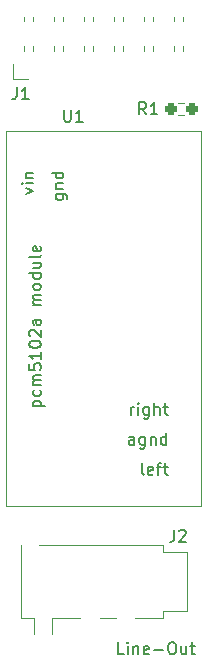
<source format=gto>
G04 #@! TF.GenerationSoftware,KiCad,Pcbnew,6.0.9-8da3e8f707~116~ubuntu20.04.1*
G04 #@! TF.CreationDate,2022-12-23T11:35:35+01:00*
G04 #@! TF.ProjectId,pcm_dac,70636d5f-6461-4632-9e6b-696361645f70,rev?*
G04 #@! TF.SameCoordinates,Original*
G04 #@! TF.FileFunction,Legend,Top*
G04 #@! TF.FilePolarity,Positive*
%FSLAX46Y46*%
G04 Gerber Fmt 4.6, Leading zero omitted, Abs format (unit mm)*
G04 Created by KiCad (PCBNEW 6.0.9-8da3e8f707~116~ubuntu20.04.1) date 2022-12-23 11:35:35*
%MOMM*%
%LPD*%
G01*
G04 APERTURE LIST*
G04 Aperture macros list*
%AMRoundRect*
0 Rectangle with rounded corners*
0 $1 Rounding radius*
0 $2 $3 $4 $5 $6 $7 $8 $9 X,Y pos of 4 corners*
0 Add a 4 corners polygon primitive as box body*
4,1,4,$2,$3,$4,$5,$6,$7,$8,$9,$2,$3,0*
0 Add four circle primitives for the rounded corners*
1,1,$1+$1,$2,$3*
1,1,$1+$1,$4,$5*
1,1,$1+$1,$6,$7*
1,1,$1+$1,$8,$9*
0 Add four rect primitives between the rounded corners*
20,1,$1+$1,$2,$3,$4,$5,0*
20,1,$1+$1,$4,$5,$6,$7,0*
20,1,$1+$1,$6,$7,$8,$9,0*
20,1,$1+$1,$8,$9,$2,$3,0*%
G04 Aperture macros list end*
%ADD10C,0.150000*%
%ADD11C,0.120000*%
%ADD12C,1.500000*%
%ADD13R,1.200000X2.500000*%
%ADD14R,1.700000X1.700000*%
%ADD15O,1.700000X1.700000*%
%ADD16RoundRect,0.237500X-0.250000X-0.237500X0.250000X-0.237500X0.250000X0.237500X-0.250000X0.237500X0*%
%ADD17C,1.700000*%
G04 APERTURE END LIST*
D10*
X130024523Y-113482380D02*
X129548333Y-113482380D01*
X129548333Y-112482380D01*
X130357857Y-113482380D02*
X130357857Y-112815714D01*
X130357857Y-112482380D02*
X130310238Y-112530000D01*
X130357857Y-112577619D01*
X130405476Y-112530000D01*
X130357857Y-112482380D01*
X130357857Y-112577619D01*
X130834047Y-112815714D02*
X130834047Y-113482380D01*
X130834047Y-112910952D02*
X130881666Y-112863333D01*
X130976904Y-112815714D01*
X131119761Y-112815714D01*
X131215000Y-112863333D01*
X131262619Y-112958571D01*
X131262619Y-113482380D01*
X132119761Y-113434761D02*
X132024523Y-113482380D01*
X131834047Y-113482380D01*
X131738809Y-113434761D01*
X131691190Y-113339523D01*
X131691190Y-112958571D01*
X131738809Y-112863333D01*
X131834047Y-112815714D01*
X132024523Y-112815714D01*
X132119761Y-112863333D01*
X132167380Y-112958571D01*
X132167380Y-113053809D01*
X131691190Y-113149047D01*
X132595952Y-113101428D02*
X133357857Y-113101428D01*
X134024523Y-112482380D02*
X134215000Y-112482380D01*
X134310238Y-112530000D01*
X134405476Y-112625238D01*
X134453095Y-112815714D01*
X134453095Y-113149047D01*
X134405476Y-113339523D01*
X134310238Y-113434761D01*
X134215000Y-113482380D01*
X134024523Y-113482380D01*
X133929285Y-113434761D01*
X133834047Y-113339523D01*
X133786428Y-113149047D01*
X133786428Y-112815714D01*
X133834047Y-112625238D01*
X133929285Y-112530000D01*
X134024523Y-112482380D01*
X135310238Y-112815714D02*
X135310238Y-113482380D01*
X134881666Y-112815714D02*
X134881666Y-113339523D01*
X134929285Y-113434761D01*
X135024523Y-113482380D01*
X135167380Y-113482380D01*
X135262619Y-113434761D01*
X135310238Y-113387142D01*
X135643571Y-112815714D02*
X136024523Y-112815714D01*
X135786428Y-112482380D02*
X135786428Y-113339523D01*
X135834047Y-113434761D01*
X135929285Y-113482380D01*
X136024523Y-113482380D01*
X134286666Y-102957380D02*
X134286666Y-103671666D01*
X134239047Y-103814523D01*
X134143809Y-103909761D01*
X134000952Y-103957380D01*
X133905714Y-103957380D01*
X134715238Y-103052619D02*
X134762857Y-103005000D01*
X134858095Y-102957380D01*
X135096190Y-102957380D01*
X135191428Y-103005000D01*
X135239047Y-103052619D01*
X135286666Y-103147857D01*
X135286666Y-103243095D01*
X135239047Y-103385952D01*
X134667619Y-103957380D01*
X135286666Y-103957380D01*
X120951666Y-65492380D02*
X120951666Y-66206666D01*
X120904047Y-66349523D01*
X120808809Y-66444761D01*
X120665952Y-66492380D01*
X120570714Y-66492380D01*
X121951666Y-66492380D02*
X121380238Y-66492380D01*
X121665952Y-66492380D02*
X121665952Y-65492380D01*
X121570714Y-65635238D01*
X121475476Y-65730476D01*
X121380238Y-65778095D01*
X131913333Y-67762380D02*
X131580000Y-67286190D01*
X131341904Y-67762380D02*
X131341904Y-66762380D01*
X131722857Y-66762380D01*
X131818095Y-66810000D01*
X131865714Y-66857619D01*
X131913333Y-66952857D01*
X131913333Y-67095714D01*
X131865714Y-67190952D01*
X131818095Y-67238571D01*
X131722857Y-67286190D01*
X131341904Y-67286190D01*
X132865714Y-67762380D02*
X132294285Y-67762380D01*
X132580000Y-67762380D02*
X132580000Y-66762380D01*
X132484761Y-66905238D01*
X132389523Y-67000476D01*
X132294285Y-67048095D01*
X124968095Y-67397380D02*
X124968095Y-68206904D01*
X125015714Y-68302142D01*
X125063333Y-68349761D01*
X125158571Y-68397380D01*
X125349047Y-68397380D01*
X125444285Y-68349761D01*
X125491904Y-68302142D01*
X125539523Y-68206904D01*
X125539523Y-67397380D01*
X126539523Y-68397380D02*
X125968095Y-68397380D01*
X126253809Y-68397380D02*
X126253809Y-67397380D01*
X126158571Y-67540238D01*
X126063333Y-67635476D01*
X125968095Y-67683095D01*
X130900119Y-95752380D02*
X130900119Y-95228571D01*
X130852500Y-95133333D01*
X130757261Y-95085714D01*
X130566785Y-95085714D01*
X130471547Y-95133333D01*
X130900119Y-95704761D02*
X130804880Y-95752380D01*
X130566785Y-95752380D01*
X130471547Y-95704761D01*
X130423928Y-95609523D01*
X130423928Y-95514285D01*
X130471547Y-95419047D01*
X130566785Y-95371428D01*
X130804880Y-95371428D01*
X130900119Y-95323809D01*
X131804880Y-95085714D02*
X131804880Y-95895238D01*
X131757261Y-95990476D01*
X131709642Y-96038095D01*
X131614404Y-96085714D01*
X131471547Y-96085714D01*
X131376309Y-96038095D01*
X131804880Y-95704761D02*
X131709642Y-95752380D01*
X131519166Y-95752380D01*
X131423928Y-95704761D01*
X131376309Y-95657142D01*
X131328690Y-95561904D01*
X131328690Y-95276190D01*
X131376309Y-95180952D01*
X131423928Y-95133333D01*
X131519166Y-95085714D01*
X131709642Y-95085714D01*
X131804880Y-95133333D01*
X132281071Y-95085714D02*
X132281071Y-95752380D01*
X132281071Y-95180952D02*
X132328690Y-95133333D01*
X132423928Y-95085714D01*
X132566785Y-95085714D01*
X132662023Y-95133333D01*
X132709642Y-95228571D01*
X132709642Y-95752380D01*
X133614404Y-95752380D02*
X133614404Y-94752380D01*
X133614404Y-95704761D02*
X133519166Y-95752380D01*
X133328690Y-95752380D01*
X133233452Y-95704761D01*
X133185833Y-95657142D01*
X133138214Y-95561904D01*
X133138214Y-95276190D01*
X133185833Y-95180952D01*
X133233452Y-95133333D01*
X133328690Y-95085714D01*
X133519166Y-95085714D01*
X133614404Y-95133333D01*
X121705714Y-74487500D02*
X122372380Y-74249404D01*
X121705714Y-74011309D01*
X122372380Y-73630357D02*
X121705714Y-73630357D01*
X121372380Y-73630357D02*
X121420000Y-73677976D01*
X121467619Y-73630357D01*
X121420000Y-73582738D01*
X121372380Y-73630357D01*
X121467619Y-73630357D01*
X121705714Y-73154166D02*
X122372380Y-73154166D01*
X121800952Y-73154166D02*
X121753333Y-73106547D01*
X121705714Y-73011309D01*
X121705714Y-72868452D01*
X121753333Y-72773214D01*
X121848571Y-72725595D01*
X122372380Y-72725595D01*
X130614404Y-93212380D02*
X130614404Y-92545714D01*
X130614404Y-92736190D02*
X130662023Y-92640952D01*
X130709642Y-92593333D01*
X130804880Y-92545714D01*
X130900119Y-92545714D01*
X131233452Y-93212380D02*
X131233452Y-92545714D01*
X131233452Y-92212380D02*
X131185833Y-92260000D01*
X131233452Y-92307619D01*
X131281071Y-92260000D01*
X131233452Y-92212380D01*
X131233452Y-92307619D01*
X132138214Y-92545714D02*
X132138214Y-93355238D01*
X132090595Y-93450476D01*
X132042976Y-93498095D01*
X131947738Y-93545714D01*
X131804880Y-93545714D01*
X131709642Y-93498095D01*
X132138214Y-93164761D02*
X132042976Y-93212380D01*
X131852500Y-93212380D01*
X131757261Y-93164761D01*
X131709642Y-93117142D01*
X131662023Y-93021904D01*
X131662023Y-92736190D01*
X131709642Y-92640952D01*
X131757261Y-92593333D01*
X131852500Y-92545714D01*
X132042976Y-92545714D01*
X132138214Y-92593333D01*
X132614404Y-93212380D02*
X132614404Y-92212380D01*
X133042976Y-93212380D02*
X133042976Y-92688571D01*
X132995357Y-92593333D01*
X132900119Y-92545714D01*
X132757261Y-92545714D01*
X132662023Y-92593333D01*
X132614404Y-92640952D01*
X133376309Y-92545714D02*
X133757261Y-92545714D01*
X133519166Y-92212380D02*
X133519166Y-93069523D01*
X133566785Y-93164761D01*
X133662023Y-93212380D01*
X133757261Y-93212380D01*
X122340714Y-92486904D02*
X123340714Y-92486904D01*
X122388333Y-92486904D02*
X122340714Y-92391666D01*
X122340714Y-92201190D01*
X122388333Y-92105952D01*
X122435952Y-92058333D01*
X122531190Y-92010714D01*
X122816904Y-92010714D01*
X122912142Y-92058333D01*
X122959761Y-92105952D01*
X123007380Y-92201190D01*
X123007380Y-92391666D01*
X122959761Y-92486904D01*
X122959761Y-91153571D02*
X123007380Y-91248809D01*
X123007380Y-91439285D01*
X122959761Y-91534523D01*
X122912142Y-91582142D01*
X122816904Y-91629761D01*
X122531190Y-91629761D01*
X122435952Y-91582142D01*
X122388333Y-91534523D01*
X122340714Y-91439285D01*
X122340714Y-91248809D01*
X122388333Y-91153571D01*
X123007380Y-90725000D02*
X122340714Y-90725000D01*
X122435952Y-90725000D02*
X122388333Y-90677380D01*
X122340714Y-90582142D01*
X122340714Y-90439285D01*
X122388333Y-90344047D01*
X122483571Y-90296428D01*
X123007380Y-90296428D01*
X122483571Y-90296428D02*
X122388333Y-90248809D01*
X122340714Y-90153571D01*
X122340714Y-90010714D01*
X122388333Y-89915476D01*
X122483571Y-89867857D01*
X123007380Y-89867857D01*
X122007380Y-88915476D02*
X122007380Y-89391666D01*
X122483571Y-89439285D01*
X122435952Y-89391666D01*
X122388333Y-89296428D01*
X122388333Y-89058333D01*
X122435952Y-88963095D01*
X122483571Y-88915476D01*
X122578809Y-88867857D01*
X122816904Y-88867857D01*
X122912142Y-88915476D01*
X122959761Y-88963095D01*
X123007380Y-89058333D01*
X123007380Y-89296428D01*
X122959761Y-89391666D01*
X122912142Y-89439285D01*
X123007380Y-87915476D02*
X123007380Y-88486904D01*
X123007380Y-88201190D02*
X122007380Y-88201190D01*
X122150238Y-88296428D01*
X122245476Y-88391666D01*
X122293095Y-88486904D01*
X122007380Y-87296428D02*
X122007380Y-87201190D01*
X122055000Y-87105952D01*
X122102619Y-87058333D01*
X122197857Y-87010714D01*
X122388333Y-86963095D01*
X122626428Y-86963095D01*
X122816904Y-87010714D01*
X122912142Y-87058333D01*
X122959761Y-87105952D01*
X123007380Y-87201190D01*
X123007380Y-87296428D01*
X122959761Y-87391666D01*
X122912142Y-87439285D01*
X122816904Y-87486904D01*
X122626428Y-87534523D01*
X122388333Y-87534523D01*
X122197857Y-87486904D01*
X122102619Y-87439285D01*
X122055000Y-87391666D01*
X122007380Y-87296428D01*
X122102619Y-86582142D02*
X122055000Y-86534523D01*
X122007380Y-86439285D01*
X122007380Y-86201190D01*
X122055000Y-86105952D01*
X122102619Y-86058333D01*
X122197857Y-86010714D01*
X122293095Y-86010714D01*
X122435952Y-86058333D01*
X123007380Y-86629761D01*
X123007380Y-86010714D01*
X123007380Y-85153571D02*
X122483571Y-85153571D01*
X122388333Y-85201190D01*
X122340714Y-85296428D01*
X122340714Y-85486904D01*
X122388333Y-85582142D01*
X122959761Y-85153571D02*
X123007380Y-85248809D01*
X123007380Y-85486904D01*
X122959761Y-85582142D01*
X122864523Y-85629761D01*
X122769285Y-85629761D01*
X122674047Y-85582142D01*
X122626428Y-85486904D01*
X122626428Y-85248809D01*
X122578809Y-85153571D01*
X123007380Y-83915476D02*
X122340714Y-83915476D01*
X122435952Y-83915476D02*
X122388333Y-83867857D01*
X122340714Y-83772619D01*
X122340714Y-83629761D01*
X122388333Y-83534523D01*
X122483571Y-83486904D01*
X123007380Y-83486904D01*
X122483571Y-83486904D02*
X122388333Y-83439285D01*
X122340714Y-83344047D01*
X122340714Y-83201190D01*
X122388333Y-83105952D01*
X122483571Y-83058333D01*
X123007380Y-83058333D01*
X123007380Y-82439285D02*
X122959761Y-82534523D01*
X122912142Y-82582142D01*
X122816904Y-82629761D01*
X122531190Y-82629761D01*
X122435952Y-82582142D01*
X122388333Y-82534523D01*
X122340714Y-82439285D01*
X122340714Y-82296428D01*
X122388333Y-82201190D01*
X122435952Y-82153571D01*
X122531190Y-82105952D01*
X122816904Y-82105952D01*
X122912142Y-82153571D01*
X122959761Y-82201190D01*
X123007380Y-82296428D01*
X123007380Y-82439285D01*
X123007380Y-81248809D02*
X122007380Y-81248809D01*
X122959761Y-81248809D02*
X123007380Y-81344047D01*
X123007380Y-81534523D01*
X122959761Y-81629761D01*
X122912142Y-81677380D01*
X122816904Y-81725000D01*
X122531190Y-81725000D01*
X122435952Y-81677380D01*
X122388333Y-81629761D01*
X122340714Y-81534523D01*
X122340714Y-81344047D01*
X122388333Y-81248809D01*
X122340714Y-80344047D02*
X123007380Y-80344047D01*
X122340714Y-80772619D02*
X122864523Y-80772619D01*
X122959761Y-80725000D01*
X123007380Y-80629761D01*
X123007380Y-80486904D01*
X122959761Y-80391666D01*
X122912142Y-80344047D01*
X123007380Y-79725000D02*
X122959761Y-79820238D01*
X122864523Y-79867857D01*
X122007380Y-79867857D01*
X122959761Y-78963095D02*
X123007380Y-79058333D01*
X123007380Y-79248809D01*
X122959761Y-79344047D01*
X122864523Y-79391666D01*
X122483571Y-79391666D01*
X122388333Y-79344047D01*
X122340714Y-79248809D01*
X122340714Y-79058333D01*
X122388333Y-78963095D01*
X122483571Y-78915476D01*
X122578809Y-78915476D01*
X122674047Y-79391666D01*
X131709642Y-98292380D02*
X131614404Y-98244761D01*
X131566785Y-98149523D01*
X131566785Y-97292380D01*
X132471547Y-98244761D02*
X132376309Y-98292380D01*
X132185833Y-98292380D01*
X132090595Y-98244761D01*
X132042976Y-98149523D01*
X132042976Y-97768571D01*
X132090595Y-97673333D01*
X132185833Y-97625714D01*
X132376309Y-97625714D01*
X132471547Y-97673333D01*
X132519166Y-97768571D01*
X132519166Y-97863809D01*
X132042976Y-97959047D01*
X132804880Y-97625714D02*
X133185833Y-97625714D01*
X132947738Y-98292380D02*
X132947738Y-97435238D01*
X132995357Y-97340000D01*
X133090595Y-97292380D01*
X133185833Y-97292380D01*
X133376309Y-97625714D02*
X133757261Y-97625714D01*
X133519166Y-97292380D02*
X133519166Y-98149523D01*
X133566785Y-98244761D01*
X133662023Y-98292380D01*
X133757261Y-98292380D01*
X124245714Y-74535119D02*
X125055238Y-74535119D01*
X125150476Y-74582738D01*
X125198095Y-74630357D01*
X125245714Y-74725595D01*
X125245714Y-74868452D01*
X125198095Y-74963690D01*
X124864761Y-74535119D02*
X124912380Y-74630357D01*
X124912380Y-74820833D01*
X124864761Y-74916071D01*
X124817142Y-74963690D01*
X124721904Y-75011309D01*
X124436190Y-75011309D01*
X124340952Y-74963690D01*
X124293333Y-74916071D01*
X124245714Y-74820833D01*
X124245714Y-74630357D01*
X124293333Y-74535119D01*
X124245714Y-74058928D02*
X124912380Y-74058928D01*
X124340952Y-74058928D02*
X124293333Y-74011309D01*
X124245714Y-73916071D01*
X124245714Y-73773214D01*
X124293333Y-73677976D01*
X124388571Y-73630357D01*
X124912380Y-73630357D01*
X124912380Y-72725595D02*
X123912380Y-72725595D01*
X124864761Y-72725595D02*
X124912380Y-72820833D01*
X124912380Y-73011309D01*
X124864761Y-73106547D01*
X124817142Y-73154166D01*
X124721904Y-73201785D01*
X124436190Y-73201785D01*
X124340952Y-73154166D01*
X124293333Y-73106547D01*
X124245714Y-73011309D01*
X124245714Y-72820833D01*
X124293333Y-72725595D01*
D11*
X129350000Y-110415000D02*
X128000000Y-110415000D01*
X122850000Y-104215000D02*
X133375000Y-104215000D01*
X135375000Y-109815000D02*
X135375000Y-104815000D01*
X133375000Y-109815000D02*
X135375000Y-109815000D01*
X122400000Y-110415000D02*
X122400000Y-111815000D01*
X122400000Y-110415000D02*
X121275000Y-110415000D01*
X123950000Y-110415000D02*
X123950000Y-111815000D01*
X133375000Y-110415000D02*
X133375000Y-109815000D01*
X133375000Y-104815000D02*
X135375000Y-104815000D01*
X121275000Y-104215000D02*
X121275000Y-110415000D01*
X133375000Y-110415000D02*
X131000000Y-110415000D01*
X126350000Y-110415000D02*
X123950000Y-110415000D01*
X133375000Y-104815000D02*
X133375000Y-104215000D01*
X129160000Y-59917071D02*
X129160000Y-59520000D01*
X127380000Y-62457071D02*
X127380000Y-62002929D01*
X124080000Y-59917071D02*
X124080000Y-59520000D01*
X132460000Y-59917071D02*
X132460000Y-59520000D01*
X126620000Y-62457071D02*
X126620000Y-62002929D01*
X129920000Y-62457071D02*
X129920000Y-62002929D01*
X129920000Y-59917071D02*
X129920000Y-59520000D01*
X134240000Y-59917071D02*
X134240000Y-59520000D01*
X121540000Y-62390000D02*
X121540000Y-62002929D01*
X121540000Y-59917071D02*
X121540000Y-59520000D01*
X126620000Y-59917071D02*
X126620000Y-59520000D01*
X120650000Y-64770000D02*
X120650000Y-63500000D01*
X135000000Y-62457071D02*
X135000000Y-62002929D01*
X134240000Y-62457071D02*
X134240000Y-62002929D01*
X124080000Y-62457071D02*
X124080000Y-62002929D01*
X121920000Y-64770000D02*
X120650000Y-64770000D01*
X124840000Y-59917071D02*
X124840000Y-59520000D01*
X127380000Y-59917071D02*
X127380000Y-59520000D01*
X129160000Y-62457071D02*
X129160000Y-62002929D01*
X131700000Y-59917071D02*
X131700000Y-59520000D01*
X131700000Y-62457071D02*
X131700000Y-62002929D01*
X135000000Y-59917071D02*
X135000000Y-59520000D01*
X132460000Y-62457071D02*
X132460000Y-62002929D01*
X122300000Y-59917071D02*
X122300000Y-59520000D01*
X124840000Y-62457071D02*
X124840000Y-62002929D01*
X122300000Y-62390000D02*
X122300000Y-62002929D01*
X134642776Y-66787500D02*
X135152224Y-66787500D01*
X134642776Y-67832500D02*
X135152224Y-67832500D01*
X120015000Y-69215000D02*
X136525000Y-69215000D01*
X136525000Y-69215000D02*
X136525000Y-100965000D01*
X136525000Y-100965000D02*
X120015000Y-100965000D01*
X120015000Y-100965000D02*
X120015000Y-69215000D01*
%LPC*%
D12*
X131775000Y-107315000D03*
X124775000Y-107315000D03*
D13*
X127175000Y-110565000D03*
X130175000Y-110565000D03*
X122075000Y-104065000D03*
X123175000Y-110565000D03*
D14*
X121920000Y-63500000D03*
D15*
X121920000Y-60960000D03*
X124460000Y-63500000D03*
X124460000Y-60960000D03*
X127000000Y-63500000D03*
X127000000Y-60960000D03*
X129540000Y-63500000D03*
X129540000Y-60960000D03*
X132080000Y-63500000D03*
X132080000Y-60960000D03*
X134620000Y-63500000D03*
X134620000Y-60960000D03*
D16*
X133985000Y-67310000D03*
X135810000Y-67310000D03*
D14*
X121920000Y-71120000D03*
D17*
X124460000Y-71120000D03*
X127000000Y-71120000D03*
X129540000Y-71120000D03*
X132080000Y-71120000D03*
X134620000Y-71120000D03*
X135220000Y-77520000D03*
X135220000Y-80060000D03*
X135220000Y-82600000D03*
X135220000Y-85140000D03*
X135220000Y-87680000D03*
X135220000Y-90220000D03*
X135220000Y-92760000D03*
X135220000Y-95300000D03*
X135220000Y-97840000D03*
M02*

</source>
